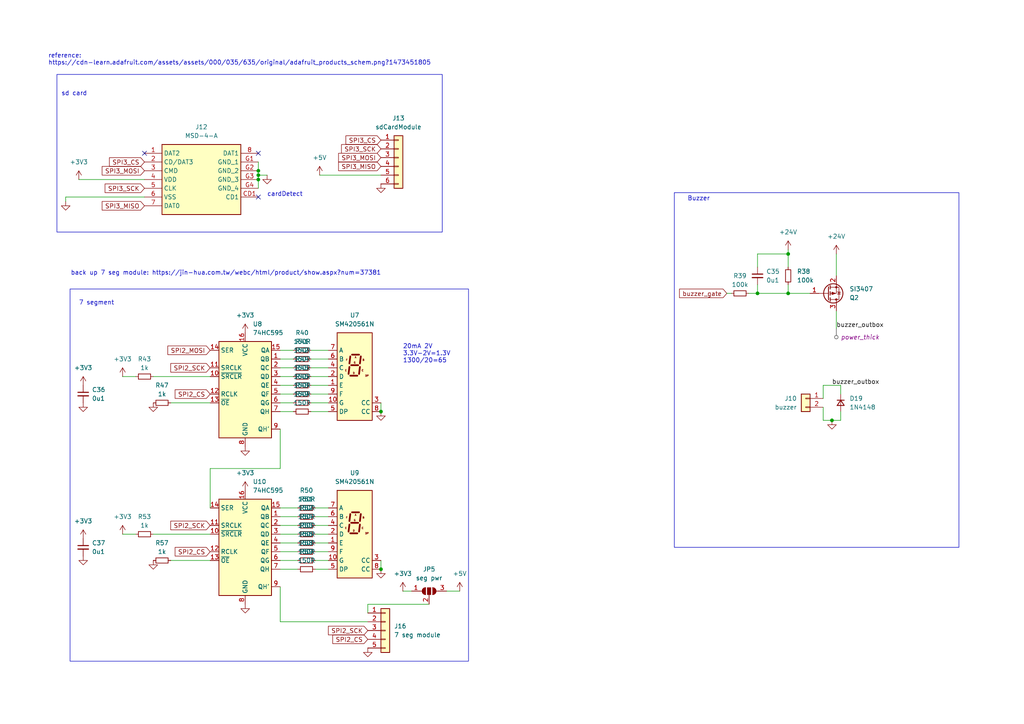
<source format=kicad_sch>
(kicad_sch (version 20231120) (generator "eeschema") (generator_version "8.0")
  (paper "A4")
  (title_block (title "rear box nucleo board 1") (date "2024-08-05") (rev "3.0") (company "NTURacing") (comment 1 "郭哲明") (comment 2 "Electrical group"))
  (lib_symbols
    (symbol "74xx:74HC595"
      (property "Reference" "U" (at -7.62 13.97 0))
      (property "Value" "74HC595" (at -7.62 -16.51 0))
      (symbol "74HC595_1_0"
        (pin tri_state line (at 10.16 7.62 180) (length 2.54) (name "QB") (number "1"))
        (pin input line (at -10.16 2.54 0) (length 2.54) (name "~{SRCLR}") (number "10"))
        (pin input line (at -10.16 5.08 0) (length 2.54) (name "SRCLK") (number "11"))
        (pin input line (at -10.16 -2.54 0) (length 2.54) (name "RCLK") (number "12"))
        (pin input line (at -10.16 -5.08 0) (length 2.54) (name "~{OE}") (number "13"))
        (pin input line (at -10.16 10.16 0) (length 2.54) (name "SER") (number "14"))
        (pin tri_state line (at 10.16 10.16 180) (length 2.54) (name "QA") (number "15"))
        (pin power_in line (at 0 15.24 270) (length 2.54) (name "VCC") (number "16"))
        (pin tri_state line (at 10.16 5.08 180) (length 2.54) (name "QC") (number "2"))
        (pin tri_state line (at 10.16 2.54 180) (length 2.54) (name "QD") (number "3"))
        (pin tri_state line (at 10.16 0 180) (length 2.54) (name "QE") (number "4"))
        (pin tri_state line (at 10.16 -2.54 180) (length 2.54) (name "QF") (number "5"))
        (pin tri_state line (at 10.16 -5.08 180) (length 2.54) (name "QG") (number "6"))
        (pin tri_state line (at 10.16 -7.62 180) (length 2.54) (name "QH") (number "7"))
        (pin power_in line (at 0 -17.78 90) (length 2.54) (name "GND") (number "8"))
        (pin output line (at 10.16 -12.7 180) (length 2.54) (name "QH'") (number "9"))
      )
      (symbol "74HC595_1_1"
        (rectangle (start -7.62 12.7) (end 7.62 -15.24) (stroke (width 0.254)) (fill (type background)))
      )
    )
    (symbol "Connector_Generic:Conn_01x02" (pin_names (offset 1.016) hide)
      (property "Reference" "J" (at 0 2.54 0))
      (property "Value" "Conn_01x02" (at 0 -5.08 0))
      (symbol "Conn_01x02_1_1"
        (rectangle (start -1.27 -2.413) (end 0 -2.667) (stroke (width 0.1524)))
        (rectangle (start -1.27 0.127) (end 0 -0.127) (stroke (width 0.1524)))
        (rectangle (start -1.27 1.27) (end 1.27 -3.81) (stroke (width 0.254)) (fill (type background)))
        (pin passive line (at -5.08 0 0) (length 3.81) (name "Pin_1") (number "1"))
        (pin passive line (at -5.08 -2.54 0) (length 3.81) (name "Pin_2") (number "2"))
      )
    )
    (symbol "Connector_Generic:Conn_01x05" (pin_names (offset 1.016) hide)
      (property "Reference" "J" (at 0 7.62 0))
      (property "Value" "Conn_01x05" (at 0 -7.62 0))
      (symbol "Conn_01x05_1_1"
        (rectangle (start -1.27 -4.953) (end 0 -5.207) (stroke (width 0.1524)))
        (rectangle (start -1.27 -2.413) (end 0 -2.667) (stroke (width 0.1524)))
        (rectangle (start -1.27 0.127) (end 0 -0.127) (stroke (width 0.1524)))
        (rectangle (start -1.27 2.667) (end 0 2.413) (stroke (width 0.1524)))
        (rectangle (start -1.27 5.207) (end 0 4.953) (stroke (width 0.1524)))
        (rectangle (start -1.27 6.35) (end 1.27 -6.35) (stroke (width 0.254)) (fill (type background)))
        (pin passive line (at -5.08 5.08 0) (length 3.81) (name "Pin_1") (number "1"))
        (pin passive line (at -5.08 2.54 0) (length 3.81) (name "Pin_2") (number "2"))
        (pin passive line (at -5.08 0 0) (length 3.81) (name "Pin_3") (number "3"))
        (pin passive line (at -5.08 -2.54 0) (length 3.81) (name "Pin_4") (number "4"))
        (pin passive line (at -5.08 -5.08 0) (length 3.81) (name "Pin_5") (number "5"))
      )
    )
    (symbol "Connector_Generic:Conn_01x06" (pin_names (offset 1.016) hide)
      (property "Reference" "J" (at 0 7.62 0))
      (property "Value" "Conn_01x06" (at 0 -10.16 0))
      (symbol "Conn_01x06_1_1"
        (rectangle (start -1.27 -7.493) (end 0 -7.747) (stroke (width 0.1524)))
        (rectangle (start -1.27 -4.953) (end 0 -5.207) (stroke (width 0.1524)))
        (rectangle (start -1.27 -2.413) (end 0 -2.667) (stroke (width 0.1524)))
        (rectangle (start -1.27 0.127) (end 0 -0.127) (stroke (width 0.1524)))
        (rectangle (start -1.27 2.667) (end 0 2.413) (stroke (width 0.1524)))
        (rectangle (start -1.27 5.207) (end 0 4.953) (stroke (width 0.1524)))
        (rectangle (start -1.27 6.35) (end 1.27 -8.89) (stroke (width 0.254)) (fill (type background)))
        (pin passive line (at -5.08 5.08 0) (length 3.81) (name "Pin_1") (number "1"))
        (pin passive line (at -5.08 2.54 0) (length 3.81) (name "Pin_2") (number "2"))
        (pin passive line (at -5.08 0 0) (length 3.81) (name "Pin_3") (number "3"))
        (pin passive line (at -5.08 -2.54 0) (length 3.81) (name "Pin_4") (number "4"))
        (pin passive line (at -5.08 -5.08 0) (length 3.81) (name "Pin_5") (number "5"))
        (pin passive line (at -5.08 -7.62 0) (length 3.81) (name "Pin_6") (number "6"))
      )
    )
    (symbol "Device:C_Small" (pin_numbers hide) (pin_names (offset 0.254) hide)
      (property "Reference" "C" (at 0.254 1.778 0))
      (property "Value" "C_Small" (at 0.254 -2.032 0))
      (symbol "C_Small_0_1"
        (polyline (pts (xy -1.524 -0.508) (xy 1.524 -0.508)) (stroke (width 0.3302)))
        (polyline (pts (xy -1.524 0.508) (xy 1.524 0.508)) (stroke (width 0.3048)))
      )
      (symbol "C_Small_1_1"
        (pin passive line (at 0 2.54 270) (length 2.032) (name "~") (number "1"))
        (pin passive line (at 0 -2.54 90) (length 2.032) (name "~") (number "2"))
      )
    )
    (symbol "Device:D_Small" (pin_numbers hide) (pin_names (offset 0.254) hide)
      (property "Reference" "D" (at -1.27 2.032 0))
      (property "Value" "D_Small" (at -3.81 -2.032 0))
      (symbol "D_Small_0_1"
        (polyline (pts (xy -0.762 -1.016) (xy -0.762 1.016)) (stroke (width 0.254)))
        (polyline (pts (xy -0.762 0) (xy 0.762 0)))
        (polyline (pts (xy 0.762 -1.016) (xy -0.762 0) (xy 0.762 1.016) (xy 0.762 -1.016)) (stroke (width 0.254)))
      )
      (symbol "D_Small_1_1"
        (pin passive line (at -2.54 0 0) (length 1.778) (name "K") (number "1"))
        (pin passive line (at 2.54 0 180) (length 1.778) (name "A") (number "2"))
      )
    )
    (symbol "Device:Q_PMOS_GSD" (pin_names (offset 0) hide)
      (property "Reference" "Q" (at 5.08 1.27 0))
      (property "Value" "Q_PMOS_GSD" (at 5.08 -1.27 0))
      (symbol "Q_PMOS_GSD_0_1"
        (polyline (pts (xy 0.254 0) (xy -2.54 0)))
        (polyline (pts (xy 0.254 1.905) (xy 0.254 -1.905)) (stroke (width 0.254)))
        (polyline (pts (xy 0.762 -1.27) (xy 0.762 -2.286)) (stroke (width 0.254)))
        (polyline (pts (xy 0.762 0.508) (xy 0.762 -0.508)) (stroke (width 0.254)))
        (polyline (pts (xy 0.762 2.286) (xy 0.762 1.27)) (stroke (width 0.254)))
        (polyline (pts (xy 2.54 2.54) (xy 2.54 1.778)))
        (polyline (pts (xy 2.54 -2.54) (xy 2.54 0) (xy 0.762 0)))
        (polyline (pts (xy 0.762 1.778) (xy 3.302 1.778) (xy 3.302 -1.778) (xy 0.762 -1.778)))
        (polyline (pts (xy 2.286 0) (xy 1.27 0.381) (xy 1.27 -0.381) (xy 2.286 0)) (fill (type outline)))
        (polyline (pts (xy 2.794 -0.508) (xy 2.921 -0.381) (xy 3.683 -0.381) (xy 3.81 -0.254)))
        (polyline (pts (xy 3.302 -0.381) (xy 2.921 0.254) (xy 3.683 0.254) (xy 3.302 -0.381)))
        (circle (center 1.651 0) (radius 2.794) (stroke (width 0.254)))
        (circle (center 2.54 -1.778) (radius 0.254) (fill (type outline)))
        (circle (center 2.54 1.778) (radius 0.254) (fill (type outline)))
      )
      (symbol "Q_PMOS_GSD_1_1"
        (pin input line (at -5.08 0 0) (length 2.54) (name "G") (number "1"))
        (pin passive line (at 2.54 -5.08 90) (length 2.54) (name "S") (number "2"))
        (pin passive line (at 2.54 5.08 270) (length 2.54) (name "D") (number "3"))
      )
    )
    (symbol "Device:R_Small" (pin_numbers hide) (pin_names (offset 0.254) hide)
      (property "Reference" "R" (at 0.762 0.508 0))
      (property "Value" "R_Small" (at 0.762 -1.016 0))
      (symbol "R_Small_0_1"
        (rectangle (start -0.762 1.778) (end 0.762 -1.778) (stroke (width 0.2032)))
      )
      (symbol "R_Small_1_1"
        (pin passive line (at 0 2.54 270) (length 0.762) (name "~") (number "1"))
        (pin passive line (at 0 -2.54 90) (length 0.762) (name "~") (number "2"))
      )
    )
    (symbol "Display_Character:SM420561N"
      (property "Reference" "U" (at -2.54 13.97 0))
      (property "Value" "SM420561N" (at 1.27 13.97 0))
      (symbol "SM420561N_0_0"
        (text "A" (at 0.254 5.588 0) (effects (font (size 0.508 0.508))))
        (text "B" (at 2.54 4.826 0) (effects (font (size 0.508 0.508))))
        (text "C" (at 2.286 1.778 0) (effects (font (size 0.508 0.508))))
        (text "D" (at -0.254 1.016 0) (effects (font (size 0.508 0.508))))
        (text "DP" (at 3.556 0.254 0) (effects (font (size 0.508 0.508))))
        (text "E" (at -2.54 1.778 0) (effects (font (size 0.508 0.508))))
        (text "F" (at -2.286 4.826 0) (effects (font (size 0.508 0.508))))
        (text "G" (at 0 4.064 0) (effects (font (size 0.508 0.508))))
      )
      (symbol "SM420561N_0_1"
        (rectangle (start -5.08 12.7) (end 5.08 -12.7) (stroke (width 0.254)) (fill (type background)))
        (polyline (pts (xy -1.524 2.794) (xy -1.778 0.762)) (stroke (width 0.508)))
        (polyline (pts (xy -1.27 0.254) (xy 0.762 0.254)) (stroke (width 0.508)))
        (polyline (pts (xy -1.27 5.842) (xy -1.524 3.81)) (stroke (width 0.508)))
        (polyline (pts (xy -1.016 3.302) (xy 1.016 3.302)) (stroke (width 0.508)))
        (polyline (pts (xy -0.762 6.35) (xy 1.27 6.35)) (stroke (width 0.508)))
        (polyline (pts (xy 1.524 2.794) (xy 1.27 0.762)) (stroke (width 0.508)))
        (polyline (pts (xy 1.778 5.842) (xy 1.524 3.81)) (stroke (width 0.508)))
        (polyline (pts (xy 2.54 0.254) (xy 2.54 0.254)) (stroke (width 0.508)))
      )
      (symbol "SM420561N_1_1"
        (pin input line (at -7.62 -2.54 0) (length 2.54) (name "E") (number "1"))
        (pin input line (at -7.62 -7.62 0) (length 2.54) (name "G") (number "10"))
        (pin input line (at -7.62 0 0) (length 2.54) (name "D") (number "2"))
        (pin input line (at 7.62 -7.62 180) (length 2.54) (name "CC") (number "3"))
        (pin input line (at -7.62 2.54 0) (length 2.54) (name "C") (number "4"))
        (pin input line (at -7.62 -10.16 0) (length 2.54) (name "DP") (number "5"))
        (pin input line (at -7.62 5.08 0) (length 2.54) (name "B") (number "6"))
        (pin input line (at -7.62 7.62 0) (length 2.54) (name "A") (number "7"))
        (pin input line (at 7.62 -10.16 180) (length 2.54) (name "CC") (number "8"))
        (pin input line (at -7.62 -5.08 0) (length 2.54) (name "F") (number "9"))
      )
    )
    (symbol "Jumper:SolderJumper_3_Open" (pin_names (offset 0) hide) (exclude_from_sim yes) (in_bom no)
      (property "Reference" "JP" (at -2.54 -2.54 0))
      (property "Value" "SolderJumper_3_Open" (at 0 2.794 0))
      (symbol "SolderJumper_3_Open_0_1"
        (arc (start -1.016 1.016) (mid -2.0276 0) (end -1.016 -1.016))
        (arc (start -1.016 1.016) (mid -2.0276 0) (end -1.016 -1.016) (fill (type outline)))
        (rectangle (start -0.508 1.016) (end 0.508 -1.016) (fill (type outline)))
        (polyline (pts (xy -2.54 0) (xy -2.032 0)))
        (polyline (pts (xy -1.016 1.016) (xy -1.016 -1.016)))
        (polyline (pts (xy 0 -1.27) (xy 0 -1.016)))
        (polyline (pts (xy 1.016 1.016) (xy 1.016 -1.016)))
        (polyline (pts (xy 2.54 0) (xy 2.032 0)))
        (arc (start 1.016 -1.016) (mid 2.0276 0) (end 1.016 1.016))
        (arc (start 1.016 -1.016) (mid 2.0276 0) (end 1.016 1.016) (fill (type outline)))
      )
      (symbol "SolderJumper_3_Open_1_1"
        (pin passive line (at -5.08 0 0) (length 2.54) (name "A") (number "1"))
        (pin passive line (at 0 -3.81 90) (length 2.54) (name "C") (number "2"))
        (pin passive line (at 5.08 0 180) (length 2.54) (name "B") (number "3"))
      )
    )
    (symbol "SamacSys_Parts:MSD-4-A"
      (property "Reference" "J" (at 29.21 7.62 0))
      (property "Value" "MSD-4-A" (at 29.21 5.08 0))
      (symbol "MSD-4-A_1_1"
        (rectangle (start 5.08 2.54) (end 27.94 -17.78) (stroke (width 0.254)) (fill (type background)))
        (pin passive line (at 0 0 0) (length 5.08) (name "DAT2") (number "1"))
        (pin passive line (at 0 -2.54 0) (length 5.08) (name "CD/DAT3") (number "2"))
        (pin passive line (at 0 -5.08 0) (length 5.08) (name "CMD") (number "3"))
        (pin passive line (at 0 -7.62 0) (length 5.08) (name "VDD") (number "4"))
        (pin passive line (at 0 -10.16 0) (length 5.08) (name "CLK") (number "5"))
        (pin passive line (at 0 -12.7 0) (length 5.08) (name "VSS") (number "6"))
        (pin passive line (at 0 -15.24 0) (length 5.08) (name "DAT0") (number "7"))
        (pin passive line (at 33.02 0 180) (length 5.08) (name "DAT1") (number "8"))
        (pin passive line (at 33.02 -12.7 180) (length 5.08) (name "CD1") (number "CD1"))
        (pin passive line (at 33.02 -2.54 180) (length 5.08) (name "GND_1") (number "G1"))
        (pin passive line (at 33.02 -5.08 180) (length 5.08) (name "GND_2") (number "G2"))
        (pin passive line (at 33.02 -7.62 180) (length 5.08) (name "GND_3") (number "G3"))
        (pin passive line (at 33.02 -10.16 180) (length 5.08) (name "GND_4") (number "G4"))
      )
    )
    (symbol "power:+24V" (power) (pin_numbers hide) (pin_names (offset 0) hide)
      (property "Value" "+24V" (at 0 3.556 0))
      (symbol "+24V_0_1"
        (polyline (pts (xy -0.762 1.27) (xy 0 2.54)))
        (polyline (pts (xy 0 0) (xy 0 2.54)))
        (polyline (pts (xy 0 2.54) (xy 0.762 1.27)))
      )
      (symbol "+24V_1_1"
        (pin power_in line (at 0 0 90) (length 0) (name "~") (number "1"))
      )
    )
    (symbol "power:+3V3" (power) (pin_numbers hide) (pin_names (offset 0) hide)
      (property "Value" "+3V3" (at 0 3.556 0))
      (symbol "+3V3_0_1"
        (polyline (pts (xy -0.762 1.27) (xy 0 2.54)))
        (polyline (pts (xy 0 0) (xy 0 2.54)))
        (polyline (pts (xy 0 2.54) (xy 0.762 1.27)))
      )
      (symbol "+3V3_1_1"
        (pin power_in line (at 0 0 90) (length 0) (name "~") (number "1"))
      )
    )
    (symbol "power:+5V" (power) (pin_numbers hide) (pin_names (offset 0) hide)
      (property "Value" "+5V" (at 0 3.556 0))
      (symbol "+5V_0_1"
        (polyline (pts (xy -0.762 1.27) (xy 0 2.54)))
        (polyline (pts (xy 0 0) (xy 0 2.54)))
        (polyline (pts (xy 0 2.54) (xy 0.762 1.27)))
      )
      (symbol "+5V_1_1"
        (pin power_in line (at 0 0 90) (length 0) (name "~") (number "1"))
      )
    )
    (symbol "power:GND" (power) (pin_numbers hide) (pin_names (offset 0) hide)
      (property "Value" "GND" (at 0 -3.81 0))
      (symbol "GND_0_1"
        (polyline (pts (xy 0 0) (xy 0 -1.27) (xy 1.27 -1.27) (xy 0 -2.54) (xy -1.27 -1.27) (xy 0 -1.27)))
      )
      (symbol "GND_1_1"
        (pin power_in line (at 0 0 270) (length 0) (name "~") (number "1"))
      )
    )
  )
  (junction (at 74.93 50.8))
  (junction (at 228.6 73.66))
  (junction (at 219.71 85.09))
  (junction (at 241.3 121.92))
  (junction (at 110.49 119.38))
  (junction (at 110.49 165.1))
  (junction (at 228.6 85.09))
  (junction (at 74.93 52.07))
  (junction (at 74.93 49.53))
  (no_connect (at 74.93 57.15))
  (no_connect (at 41.91 44.45))
  (no_connect (at 74.93 44.45))
  (wire (pts (xy 81.28 119.38) (xy 85.09 119.38)))
  (wire (pts (xy 86.36 165.1) (xy 81.28 165.1)))
  (wire (pts (xy 133.35 171.45) (xy 129.54 171.45)))
  (wire (pts (xy 242.57 73.66) (xy 242.57 80.01)))
  (wire (pts (xy 95.25 154.94) (xy 91.44 154.94)))
  (wire (pts (xy 238.76 121.92) (xy 238.76 118.11)))
  (wire (pts (xy 95.25 160.02) (xy 91.44 160.02)))
  (wire (pts (xy 49.53 116.84) (xy 60.96 116.84)))
  (wire (pts (xy 39.37 109.22) (xy 35.56 109.22)))
  (wire (pts (xy 90.17 101.6) (xy 95.25 101.6)))
  (wire (pts (xy 81.28 111.76) (xy 85.09 111.76)))
  (wire (pts (xy 39.37 154.94) (xy 35.56 154.94)))
  (wire (pts (xy 241.3 121.92) (xy 243.84 121.92)))
  (wire (pts (xy 81.28 116.84) (xy 85.09 116.84)))
  (wire (pts (xy 74.93 46.99) (xy 74.93 49.53)))
  (wire (pts (xy 77.47 50.8) (xy 74.93 50.8)))
  (wire (pts (xy 90.17 116.84) (xy 95.25 116.84)))
  (wire (pts (xy 243.84 111.76) (xy 243.84 114.3)))
  (wire (pts (xy 106.68 175.26) (xy 124.46 175.26)))
  (wire (pts (xy 217.17 85.09) (xy 219.71 85.09)))
  (wire (pts (xy 22.86 52.07) (xy 41.91 52.07)))
  (wire (pts (xy 95.25 152.4) (xy 91.44 152.4)))
  (wire (pts (xy 106.68 177.8) (xy 106.68 175.26)))
  (wire (pts (xy 81.28 104.14) (xy 85.09 104.14)))
  (wire (pts (xy 19.05 58.42) (xy 19.05 57.15)))
  (wire (pts (xy 81.28 101.6) (xy 85.09 101.6)))
  (wire (pts (xy 238.76 111.76) (xy 238.76 115.57)))
  (wire (pts (xy 74.93 49.53) (xy 74.93 50.8)))
  (wire (pts (xy 86.36 160.02) (xy 81.28 160.02)))
  (wire (pts (xy 49.53 162.56) (xy 60.96 162.56)))
  (wire (pts (xy 95.25 147.32) (xy 91.44 147.32)))
  (wire (pts (xy 44.45 109.22) (xy 60.96 109.22)))
  (wire (pts (xy 219.71 77.47) (xy 219.71 73.66)))
  (wire (pts (xy 90.17 111.76) (xy 95.25 111.76)))
  (wire (pts (xy 90.17 114.3) (xy 95.25 114.3)))
  (wire (pts (xy 228.6 82.55) (xy 228.6 85.09)))
  (wire (pts (xy 219.71 73.66) (xy 228.6 73.66)))
  (wire (pts (xy 81.28 135.89) (xy 60.96 135.89)))
  (wire (pts (xy 238.76 121.92) (xy 241.3 121.92)))
  (wire (pts (xy 86.36 162.56) (xy 81.28 162.56)))
  (wire (pts (xy 90.17 104.14) (xy 95.25 104.14)))
  (wire (pts (xy 95.25 165.1) (xy 91.44 165.1)))
  (wire (pts (xy 81.28 180.34) (xy 81.28 170.18)))
  (wire (pts (xy 95.25 149.86) (xy 91.44 149.86)))
  (wire (pts (xy 90.17 119.38) (xy 95.25 119.38)))
  (wire (pts (xy 74.93 50.8) (xy 74.93 52.07)))
  (wire (pts (xy 110.49 162.56) (xy 110.49 165.1)))
  (wire (pts (xy 238.76 111.76) (xy 243.84 111.76)))
  (wire (pts (xy 106.68 180.34) (xy 81.28 180.34)))
  (wire (pts (xy 86.36 154.94) (xy 81.28 154.94)))
  (wire (pts (xy 95.25 157.48) (xy 91.44 157.48)))
  (wire (pts (xy 81.28 109.22) (xy 85.09 109.22)))
  (wire (pts (xy 228.6 85.09) (xy 234.95 85.09)))
  (wire (pts (xy 92.71 50.8) (xy 110.49 50.8)))
  (wire (pts (xy 90.17 106.68) (xy 95.25 106.68)))
  (wire (pts (xy 219.71 85.09) (xy 228.6 85.09)))
  (wire (pts (xy 86.36 152.4) (xy 81.28 152.4)))
  (wire (pts (xy 116.84 171.45) (xy 119.38 171.45)))
  (wire (pts (xy 74.93 52.07) (xy 74.93 54.61)))
  (wire (pts (xy 81.28 106.68) (xy 85.09 106.68)))
  (wire (pts (xy 228.6 72.39) (xy 228.6 73.66)))
  (wire (pts (xy 210.82 85.09) (xy 212.09 85.09)))
  (wire (pts (xy 86.36 149.86) (xy 81.28 149.86)))
  (wire (pts (xy 19.05 57.15) (xy 41.91 57.15)))
  (wire (pts (xy 81.28 114.3) (xy 85.09 114.3)))
  (wire (pts (xy 60.96 135.89) (xy 60.96 147.32)))
  (wire (pts (xy 243.84 121.92) (xy 243.84 119.38)))
  (wire (pts (xy 110.49 119.38) (xy 110.49 116.84)))
  (wire (pts (xy 86.36 147.32) (xy 81.28 147.32)))
  (wire (pts (xy 90.17 109.22) (xy 95.25 109.22)))
  (wire (pts (xy 219.71 82.55) (xy 219.71 85.09)))
  (wire (pts (xy 228.6 73.66) (xy 228.6 77.47)))
  (wire (pts (xy 81.28 124.46) (xy 81.28 135.89)))
  (wire (pts (xy 86.36 157.48) (xy 81.28 157.48)))
  (wire (pts (xy 242.57 95.25) (xy 242.57 90.17)))
  (wire (pts (xy 95.25 162.56) (xy 91.44 162.56)))
  (wire (pts (xy 44.45 154.94) (xy 60.96 154.94)))
  (rectangle (start 16.51 21.59) (end 128.27 67.31))
  (rectangle (start 20.32 83.82) (end 135.89 191.77))
  (rectangle (start 195.58 55.88) (end 278.13 158.75))
  (text "reference:\nhttps://cdn-learn.adafruit.com/assets/assets/000/035/635/original/adafruit_products_schem.png?1473451805" (at 13.97 19.05 0) (effects (font (size 1.27 1.27)) (justify left bottom)))
  (text "20mA 2V\n3.3V-2V=1.3V\n1300/20=65" (at 116.84 105.41 0) (effects (font (size 1.27 1.27)) (justify left bottom)))
  (text "7 segment" (at 22.86 88.646 0) (effects (font (size 1.27 1.27)) (justify left bottom)))
  (text "back up 7 seg module: https://jin-hua.com.tw/webc/html/product/show.aspx?num=37381" (at 65.532 79.248 0) (effects (font (size 1.27 1.27))))
  (text "cardDetect" (at 77.47 57.15 0) (effects (font (size 1.27 1.27)) (justify left bottom)))
  (text "sd card" (at 17.78 27.94 0) (effects (font (size 1.27 1.27)) (justify left bottom)))
  (text "Buzzer" (at 199.39 58.42 0) (effects (font (size 1.27 1.27)) (justify left bottom)))
  (label "buzzer_outbox" (at 241.3 111.76 0))
  (label "buzzer_outbox" (at 242.57 95.25 0))
  (global_label "SPI2_MOSI" (shape input) (at 60.96 101.6 180) (property "Intersheetrefs" "${INTERSHEET_REFS}" (effects (hide yes))))
  (global_label "SPI3_CS" (shape input) (at 41.91 46.99 180) (property "Intersheetrefs" "${INTERSHEET_REFS}" (effects (hide yes))))
  (global_label "SPI3_MISO" (shape input) (at 110.49 48.26 180) (property "Intersheetrefs" "${INTERSHEET_REFS}" (effects (hide yes))))
  (global_label "SPI3_MOSI" (shape input) (at 41.91 49.53 180) (property "Intersheetrefs" "${INTERSHEET_REFS}" (effects (hide yes))))
  (global_label "SPI2_CS" (shape input) (at 106.68 185.42 180) (property "Intersheetrefs" "${INTERSHEET_REFS}" (effects (hide yes))))
  (global_label "SPI3_CS" (shape input) (at 110.49 40.64 180) (property "Intersheetrefs" "${INTERSHEET_REFS}" (effects (hide yes))))
  (global_label "SPI3_SCK" (shape input) (at 41.91 54.61 180) (property "Intersheetrefs" "${INTERSHEET_REFS}" (effects (hide yes))))
  (global_label "SPI3_SCK" (shape input) (at 110.49 43.18 180) (property "Intersheetrefs" "${INTERSHEET_REFS}" (effects (hide yes))))
  (global_label "SPI3_MISO" (shape input) (at 41.91 59.69 180) (property "Intersheetrefs" "${INTERSHEET_REFS}" (effects (hide yes))))
  (global_label "SPI2_SCK" (shape input) (at 106.68 182.88 180) (property "Intersheetrefs" "${INTERSHEET_REFS}" (effects (hide yes))))
  (global_label "SPI2_SCK" (shape input) (at 60.96 106.68 180) (property "Intersheetrefs" "${INTERSHEET_REFS}" (effects (hide yes))))
  (global_label "buzzer_gate" (shape input) (at 210.82 85.09 180) (property "Intersheetrefs" "${INTERSHEET_REFS}" (effects (hide yes))))
  (global_label "SPI3_MOSI" (shape input) (at 110.49 45.72 180) (property "Intersheetrefs" "${INTERSHEET_REFS}" (effects (hide yes))))
  (global_label "SPI2_CS" (shape input) (at 60.96 114.3 180) (property "Intersheetrefs" "${INTERSHEET_REFS}" (effects (hide yes))))
  (global_label "SPI2_SCK" (shape input) (at 60.96 152.4 180) (property "Intersheetrefs" "${INTERSHEET_REFS}" (effects (hide yes))))
  (global_label "SPI2_CS" (shape input) (at 60.96 160.02 180) (property "Intersheetrefs" "${INTERSHEET_REFS}" (effects (hide yes))))
  (netclass_flag "" (length 2.54) (shape round) (at 242.57 95.25 180) (property "Netclass" "power_thick" (at 243.84 97.79 0) (effects (font (italic yes)) (justify left))))
  (symbol (lib_id "Device:R_Small") (at 88.9 149.86 90) (unit 1)
    (property "Reference" "R51" (at 88.9 144.78 90))
    (property "Value" "150R" (at 88.9 147.32 90))
    (property "Footprint" "Resistor_SMD:R_0603_1608Metric" (effects (hide yes)))
    (property "Description" "Resistor, small symbol" (effects (hide yes)))
  )
  (symbol (lib_id "power:+3V3") (at 35.56 109.22 0) (unit 1)
    (property "Reference" "#PWR0138" (effects (hide yes)))
    (property "Value" "+3V3" (at 35.56 104.14 0))
    (property "Description" "Power symbol creates a global label with name \"+3V3\"" (effects (hide yes)))
  )
  (symbol (lib_id "power:GND") (at 241.3 121.92 0) (unit 1)
    (property "Reference" "#PWR0140" (effects (hide yes)))
    (property "Value" "GND" (effects (hide yes)))
    (property "Description" "Power symbol creates a global label with name \"GND\" , ground" (effects (hide yes)))
  )
  (symbol (lib_id "Device:R_Small") (at 88.9 154.94 90) (unit 1)
    (property "Reference" "R54" (at 88.9 149.86 90))
    (property "Value" "150R" (at 88.9 152.4 90))
    (property "Footprint" "Resistor_SMD:R_0603_1608Metric" (effects (hide yes)))
    (property "Description" "Resistor, small symbol" (effects (hide yes)))
  )
  (symbol (lib_id "Display_Character:SM420561N") (at 102.87 154.94 0) (unit 1)
    (property "Reference" "U9" (at 102.87 137.16 0))
    (property "Value" "SM420561N" (at 102.87 139.7 0))
    (property "Footprint" "Display_7Segment:7SegmentLED_LTS6760_LTS6780" (effects (hide yes)))
    (property "Datasheet" "https://datasheet.lcsc.com/szlcsc/Wuxi-ARK-Tech-Elec-SM420561N_C141367.pdf" (effects (hide yes)))
    (property "Description" "One digit 7 segment blue LED, common cathode" (effects (hide yes)))
  )
  (symbol (lib_id "Device:R_Small") (at 41.91 109.22 90) (unit 1)
    (property "Reference" "R43" (at 41.91 104.14 90))
    (property "Value" "1k" (at 41.91 106.68 90))
    (property "Footprint" "Resistor_SMD:R_0603_1608Metric" (effects (hide yes)))
    (property "Description" "Resistor, small symbol" (effects (hide yes)))
  )
  (symbol (lib_id "power:+3V3") (at 24.13 111.76 0) (unit 1)
    (property "Reference" "#PWR0139" (effects (hide yes)))
    (property "Value" "+3V3" (at 24.13 106.68 0))
    (property "Description" "Power symbol creates a global label with name \"+3V3\"" (effects (hide yes)))
  )
  (symbol (lib_id "Device:R_Small") (at 87.63 109.22 90) (unit 1)
    (property "Reference" "R44" (at 87.63 104.14 90))
    (property "Value" "150R" (at 87.63 106.68 90))
    (property "Footprint" "Resistor_SMD:R_0603_1608Metric" (effects (hide yes)))
    (property "Description" "Resistor, small symbol" (effects (hide yes)))
  )
  (symbol (lib_id "Device:Q_PMOS_GSD") (at 240.03 85.09 0) (mirror x) (unit 1)
    (property "Reference" "Q2" (at 246.38 86.36 0) (effects (justify left)))
    (property "Value" "SI3407" (at 246.38 83.82 0) (effects (justify left)))
    (property "Footprint" "Package_TO_SOT_SMD:SOT-23-3" (effects (hide yes)))
    (property "Description" "P-MOSFET transistor, gate/source/drain" (effects (hide yes)))
  )
  (symbol (lib_id "power:GND") (at 71.12 175.26 0) (unit 1)
    (property "Reference" "#PWR0151" (effects (hide yes)))
    (property "Value" "GND" (effects (hide yes)))
    (property "Description" "Power symbol creates a global label with name \"GND\" , ground" (effects (hide yes)))
  )
  (symbol (lib_id "Device:C_Small") (at 24.13 158.75 0) (unit 1)
    (property "Reference" "C37" (at 26.67 157.4863 0) (effects (justify left)))
    (property "Value" "0u1" (at 26.67 160.0263 0) (effects (justify left)))
    (property "Footprint" "Capacitor_SMD:C_0603_1608Metric" (effects (hide yes)))
    (property "Description" "Unpolarized capacitor, small symbol" (effects (hide yes)))
  )
  (symbol (lib_id "power:+3V3") (at 22.86 52.07 0) (unit 1)
    (property "Reference" "#PWR0131" (effects (hide yes)))
    (property "Value" "+3V3" (at 22.86 46.99 0))
    (property "Description" "Power symbol creates a global label with name \"+3V3\"" (effects (hide yes)))
  )
  (symbol (lib_id "power:+24V") (at 242.57 73.66 0) (unit 1)
    (property "Reference" "#PWR0135" (effects (hide yes)))
    (property "Value" "+24V" (at 242.57 68.58 0))
    (property "Description" "Power symbol creates a global label with name \"+24V\"" (effects (hide yes)))
  )
  (symbol (lib_id "Device:R_Small") (at 88.9 162.56 90) (unit 1)
    (property "Reference" "R58" (at 88.9 157.48 90))
    (property "Value" "150R" (at 88.9 160.02 90))
    (property "Footprint" "Resistor_SMD:R_0603_1608Metric" (effects (hide yes)))
    (property "Description" "Resistor, small symbol" (effects (hide yes)))
  )
  (symbol (lib_id "Connector_Generic:Conn_01x02") (at 233.68 115.57 0) (mirror y) (unit 1)
    (property "Reference" "J10" (at 231.14 115.57 0) (effects (justify left)))
    (property "Value" "buzzer" (at 231.14 118.11 0) (effects (justify left)))
    (property "Footprint" "Connector_JST:JST_XH_B2B-XH-A_1x02_P2.50mm_Vertical" (effects (hide yes)))
    (property "Description" "Generic connector, single row, 01x02, script generated (kicad-library-utils/schlib/autogen/connector/)" (effects (hide yes)))
    (instances (project "electronics" (path "" (reference "J10") (unit 1))) (project "rearbox_nucleo_1" (path "" (reference "J14") (unit 1))))
  )
  (symbol (lib_id "Device:C_Small") (at 24.13 114.3 0) (unit 1)
    (property "Reference" "C36" (at 26.67 113.0363 0) (effects (justify left)))
    (property "Value" "0u1" (at 26.67 115.5763 0) (effects (justify left)))
    (property "Footprint" "Capacitor_SMD:C_0603_1608Metric" (effects (hide yes)))
    (property "Description" "Unpolarized capacitor, small symbol" (effects (hide yes)))
  )
  (symbol (lib_id "power:+3V3") (at 35.56 154.94 0) (unit 1)
    (property "Reference" "#PWR0146" (effects (hide yes)))
    (property "Value" "+3V3" (at 35.56 149.86 0))
    (property "Description" "Power symbol creates a global label with name \"+3V3\"" (effects (hide yes)))
  )
  (symbol (lib_id "power:GND") (at 110.49 119.38 0) (unit 1)
    (property "Reference" "#PWR0143" (effects (hide yes)))
    (property "Value" "GND" (effects (hide yes)))
    (property "Description" "Power symbol creates a global label with name \"GND\" , ground" (effects (hide yes)))
  )
  (symbol (lib_id "Device:R_Small") (at 87.63 111.76 90) (unit 1)
    (property "Reference" "R45" (at 87.63 106.68 90))
    (property "Value" "150R" (at 87.63 109.22 90))
    (property "Footprint" "Resistor_SMD:R_0603_1608Metric" (effects (hide yes)))
    (property "Description" "Resistor, small symbol" (effects (hide yes)))
  )
  (symbol (lib_id "Device:R_Small") (at 87.63 116.84 90) (unit 1)
    (property "Reference" "R48" (at 87.63 111.76 90))
    (property "Value" "150R" (at 87.63 114.3 90))
    (property "Footprint" "Resistor_SMD:R_0603_1608Metric" (effects (hide yes)))
    (property "Description" "Resistor, small symbol" (effects (hide yes)))
  )
  (symbol (lib_id "Device:R_Small") (at 214.63 85.09 270) (unit 1)
    (property "Reference" "R39" (at 214.63 80.01 90))
    (property "Value" "100k" (at 214.63 82.55 90))
    (property "Footprint" "Resistor_SMD:R_0603_1608Metric" (effects (hide yes)))
    (property "Description" "Resistor, small symbol" (effects (hide yes)))
  )
  (symbol (lib_id "Device:R_Small") (at 87.63 119.38 90) (unit 1)
    (property "Reference" "R49" (at 87.63 114.3 90))
    (property "Value" "150R" (at 87.63 116.84 90))
    (property "Footprint" "Resistor_SMD:R_0603_1608Metric" (effects (hide yes)))
    (property "Description" "Resistor, small symbol" (effects (hide yes)))
  )
  (symbol (lib_id "power:+5V") (at 133.35 171.45 0) (unit 1)
    (property "Reference" "#PWR0170" (effects (hide yes)))
    (property "Value" "+5V" (at 133.35 166.37 0))
    (property "Description" "Power symbol creates a global label with name \"+5V\"" (effects (hide yes)))
  )
  (symbol (lib_id "Device:R_Small") (at 88.9 160.02 90) (unit 1)
    (property "Reference" "R56" (at 88.9 154.94 90))
    (property "Value" "150R" (at 88.9 157.48 90))
    (property "Footprint" "Resistor_SMD:R_0603_1608Metric" (effects (hide yes)))
    (property "Description" "Resistor, small symbol" (effects (hide yes)))
  )
  (symbol (lib_id "Connector_Generic:Conn_01x05") (at 111.76 182.88 0) (unit 1)
    (property "Reference" "J16" (at 114.3 181.6099 0) (effects (justify left)))
    (property "Value" "7 seg module" (at 114.3 184.1499 0) (effects (justify left)))
    (property "Footprint" "Connector_PinHeader_2.54mm:PinHeader_1x05_P2.54mm_Vertical" (effects (hide yes)))
    (property "Description" "Generic connector, single row, 01x05, script generated (kicad-library-utils/schlib/autogen/connector/)" (effects (hide yes)))
  )
  (symbol (lib_id "Device:R_Small") (at 87.63 104.14 90) (unit 1)
    (property "Reference" "R41" (at 87.63 99.06 90))
    (property "Value" "150R" (at 87.63 101.6 90))
    (property "Footprint" "Resistor_SMD:R_0603_1608Metric" (effects (hide yes)))
    (property "Description" "Resistor, small symbol" (effects (hide yes)))
  )
  (symbol (lib_id "power:+5V") (at 92.71 50.8 0) (unit 1)
    (property "Reference" "#PWR0130" (effects (hide yes)))
    (property "Value" "+5V" (at 92.71 45.72 0))
    (property "Description" "Power symbol creates a global label with name \"+5V\"" (effects (hide yes)))
  )
  (symbol (lib_id "power:GND") (at 24.13 116.84 0) (unit 1)
    (property "Reference" "#PWR0141" (effects (hide yes)))
    (property "Value" "GND" (effects (hide yes)))
    (property "Description" "Power symbol creates a global label with name \"GND\" , ground" (effects (hide yes)))
  )
  (symbol (lib_id "power:GND") (at 106.68 187.96 0) (unit 1)
    (property "Reference" "#PWR0171" (effects (hide yes)))
    (property "Value" "GND" (effects (hide yes)))
    (property "Description" "Power symbol creates a global label with name \"GND\" , ground" (effects (hide yes)))
  )
  (symbol (lib_id "74xx:74HC595") (at 71.12 157.48 0) (unit 1)
    (property "Reference" "U10" (at 73.3141 139.7 0) (effects (justify left)))
    (property "Value" "74HC595" (at 73.3141 142.24 0) (effects (justify left)))
    (property "Footprint" "Package_SO:SOIC-16_3.9x9.9mm_P1.27mm" (effects (hide yes)))
    (property "Datasheet" "http://www.ti.com/lit/ds/symlink/sn74hc595.pdf" (effects (hide yes)))
    (property "Description" "8-bit serial in/out Shift Register 3-State Outputs" (effects (hide yes)))
  )
  (symbol (lib_id "power:GND") (at 44.45 162.56 0) (unit 1)
    (property "Reference" "#PWR0149" (effects (hide yes)))
    (property "Value" "GND" (effects (hide yes)))
    (property "Description" "Power symbol creates a global label with name \"GND\" , ground" (effects (hide yes)))
  )
  (symbol (lib_id "Device:R_Small") (at 228.6 80.01 180) (unit 1)
    (property "Reference" "R38" (at 231.14 78.74 0) (effects (justify right)))
    (property "Value" "100k" (at 231.14 81.28 0) (effects (justify right)))
    (property "Footprint" "Resistor_SMD:R_0603_1608Metric" (effects (hide yes)))
    (property "Description" "Resistor, small symbol" (effects (hide yes)))
  )
  (symbol (lib_id "Jumper:SolderJumper_3_Open") (at 124.46 171.45 0) (unit 1)
    (property "Reference" "JP5" (at 124.46 165.1 0))
    (property "Value" "seg pwr" (at 124.46 167.64 0))
    (property "Footprint" "Jumper:SolderJumper-3_P1.3mm_Open_Pad1.0x1.5mm_NumberLabels" (effects (hide yes)))
    (property "Description" "Solder Jumper, 3-pole, open" (effects (hide yes)))
  )
  (symbol (lib_id "power:GND") (at 77.47 50.8 0) (unit 1)
    (property "Reference" "#PWR0129" (effects (hide yes)))
    (property "Value" "GND" (effects (hide yes)))
    (property "Description" "Power symbol creates a global label with name \"GND\" , ground" (effects (hide yes)))
  )
  (symbol (lib_id "74xx:74HC595") (at 71.12 111.76 0) (unit 1)
    (property "Reference" "U8" (at 73.3141 93.98 0) (effects (justify left)))
    (property "Value" "74HC595" (at 73.3141 96.52 0) (effects (justify left)))
    (property "Footprint" "Package_SO:SOIC-16_3.9x9.9mm_P1.27mm" (effects (hide yes)))
    (property "Datasheet" "http://www.ti.com/lit/ds/symlink/sn74hc595.pdf" (effects (hide yes)))
    (property "Description" "8-bit serial in/out Shift Register 3-State Outputs" (effects (hide yes)))
  )
  (symbol (lib_id "Device:C_Small") (at 219.71 80.01 0) (unit 1)
    (property "Reference" "C35" (at 222.25 78.7463 0) (effects (justify left)))
    (property "Value" "0u1" (at 222.25 81.2863 0) (effects (justify left)))
    (property "Footprint" "Capacitor_SMD:C_0603_1608Metric" (effects (hide yes)))
    (property "Description" "Unpolarized capacitor, small symbol" (effects (hide yes)))
  )
  (symbol (lib_id "Device:R_Small") (at 88.9 165.1 90) (unit 1)
    (property "Reference" "R59" (at 88.9 160.02 90))
    (property "Value" "150R" (at 88.9 162.56 90))
    (property "Footprint" "Resistor_SMD:R_0603_1608Metric" (effects (hide yes)))
    (property "Description" "Resistor, small symbol" (effects (hide yes)))
  )
  (symbol (lib_id "Device:R_Small") (at 87.63 101.6 90) (unit 1)
    (property "Reference" "R40" (at 87.63 96.52 90))
    (property "Value" "150R" (at 87.63 99.06 90))
    (property "Footprint" "Resistor_SMD:R_0603_1608Metric" (effects (hide yes)))
    (property "Description" "Resistor, small symbol" (effects (hide yes)))
  )
  (symbol (lib_id "power:+3V3") (at 71.12 96.52 0) (unit 1)
    (property "Reference" "#PWR0137" (effects (hide yes)))
    (property "Value" "+3V3" (at 71.12 91.44 0))
    (property "Description" "Power symbol creates a global label with name \"+3V3\"" (effects (hide yes)))
  )
  (symbol (lib_id "Device:R_Small") (at 41.91 154.94 90) (unit 1)
    (property "Reference" "R53" (at 41.91 149.86 90))
    (property "Value" "1k" (at 41.91 152.4 90))
    (property "Footprint" "Resistor_SMD:R_0603_1608Metric" (effects (hide yes)))
    (property "Description" "Resistor, small symbol" (effects (hide yes)))
  )
  (symbol (lib_id "SamacSys_Parts:MSD-4-A") (at 41.91 44.45 0) (unit 1)
    (property "Reference" "J12" (at 58.42 36.83 0))
    (property "Value" "MSD-4-A" (at 58.42 39.37 0))
    (property "Footprint" "SamacSys_Parts:MSD4A" (effects (hide yes)))
    (property "Datasheet" "https://www.cuidevices.com/product/resource/pdf/msd-4-a.pdf" (effects (hide yes)))
    (property "Description" "Memory Card Connectors 9 Positions, Push In, Auto Eject Out, SMT, 1.8 mm Height Above Board," (effects (hide yes)))
    (property "Height" "2" (effects (hide yes)))
    (property "Mouser Part Number" "179-MSD-4-A" (effects (hide yes)))
    (property "Mouser Price/Stock" "https://www.mouser.co.uk/ProductDetail/CUI-Devices/MSD-4-A?qs=Z%252BL2brAPG1Jll%252BQTi%252Btupg%3D%3D" (effects (hide yes)))
    (property "Manufacturer_Name" "CUI Devices" (effects (hide yes)))
    (property "Manufacturer_Part_Number" "MSD-4-A" (effects (hide yes)))
  )
  (symbol (lib_id "power:GND") (at 71.12 129.54 0) (unit 1)
    (property "Reference" "#PWR0144" (effects (hide yes)))
    (property "Value" "GND" (effects (hide yes)))
    (property "Description" "Power symbol creates a global label with name \"GND\" , ground" (effects (hide yes)))
  )
  (symbol (lib_id "power:+3V3") (at 71.12 142.24 0) (unit 1)
    (property "Reference" "#PWR0145" (effects (hide yes)))
    (property "Value" "+3V3" (at 71.12 137.16 0))
    (property "Description" "Power symbol creates a global label with name \"+3V3\"" (effects (hide yes)))
  )
  (symbol (lib_id "Device:R_Small") (at 88.9 147.32 90) (unit 1)
    (property "Reference" "R50" (at 88.9 142.24 90))
    (property "Value" "150R" (at 88.9 144.78 90))
    (property "Footprint" "Resistor_SMD:R_0603_1608Metric" (effects (hide yes)))
    (property "Description" "Resistor, small symbol" (effects (hide yes)))
  )
  (symbol (lib_id "Device:R_Small") (at 88.9 157.48 90) (unit 1)
    (property "Reference" "R55" (at 88.9 152.4 90))
    (property "Value" "150R" (at 88.9 154.94 90))
    (property "Footprint" "Resistor_SMD:R_0603_1608Metric" (effects (hide yes)))
    (property "Description" "Resistor, small symbol" (effects (hide yes)))
  )
  (symbol (lib_id "Display_Character:SM420561N") (at 102.87 109.22 0) (unit 1)
    (property "Reference" "U7" (at 102.87 91.44 0))
    (property "Value" "SM420561N" (at 102.87 93.98 0))
    (property "Footprint" "Display_7Segment:7SegmentLED_LTS6760_LTS6780" (effects (hide yes)))
    (property "Datasheet" "https://datasheet.lcsc.com/szlcsc/Wuxi-ARK-Tech-Elec-SM420561N_C141367.pdf" (effects (hide yes)))
    (property "Description" "One digit 7 segment blue LED, common cathode" (effects (hide yes)))
  )
  (symbol (lib_id "power:+24V") (at 228.6 72.39 0) (unit 1)
    (property "Reference" "#PWR0134" (effects (hide yes)))
    (property "Value" "+24V" (at 228.6 67.31 0))
    (property "Description" "Power symbol creates a global label with name \"+24V\"" (effects (hide yes)))
  )
  (symbol (lib_id "Device:R_Small") (at 87.63 114.3 90) (unit 1)
    (property "Reference" "R46" (at 87.63 109.22 90))
    (property "Value" "150R" (at 87.63 111.76 90))
    (property "Footprint" "Resistor_SMD:R_0603_1608Metric" (effects (hide yes)))
    (property "Description" "Resistor, small symbol" (effects (hide yes)))
  )
  (symbol (lib_id "power:+3V3") (at 24.13 156.21 0) (unit 1)
    (property "Reference" "#PWR0147" (effects (hide yes)))
    (property "Value" "+3V3" (at 24.13 151.13 0))
    (property "Description" "Power symbol creates a global label with name \"+3V3\"" (effects (hide yes)))
  )
  (symbol (lib_id "power:GND") (at 24.13 161.29 0) (unit 1)
    (property "Reference" "#PWR0148" (effects (hide yes)))
    (property "Value" "GND" (effects (hide yes)))
    (property "Description" "Power symbol creates a global label with name \"GND\" , ground" (effects (hide yes)))
  )
  (symbol (lib_id "power:GND") (at 44.45 116.84 0) (unit 1)
    (property "Reference" "#PWR0142" (effects (hide yes)))
    (property "Value" "GND" (effects (hide yes)))
    (property "Description" "Power symbol creates a global label with name \"GND\" , ground" (effects (hide yes)))
  )
  (symbol (lib_id "Device:R_Small") (at 46.99 116.84 90) (unit 1)
    (property "Reference" "R47" (at 46.99 111.76 90))
    (property "Value" "1k" (at 46.99 114.3 90))
    (property "Footprint" "Resistor_SMD:R_0603_1608Metric" (effects (hide yes)))
    (property "Description" "Resistor, small symbol" (effects (hide yes)))
  )
  (symbol (lib_id "Device:R_Small") (at 87.63 106.68 90) (unit 1)
    (property "Reference" "R42" (at 87.63 101.6 90))
    (property "Value" "150R" (at 87.63 104.14 90))
    (property "Footprint" "Resistor_SMD:R_0603_1608Metric" (effects (hide yes)))
    (property "Description" "Resistor, small symbol" (effects (hide yes)))
  )
  (symbol (lib_id "power:GND") (at 110.49 53.34 0) (mirror y) (unit 1)
    (property "Reference" "#PWR0132" (effects (hide yes)))
    (property "Value" "GND" (effects (hide yes)))
    (property "Description" "Power symbol creates a global label with name \"GND\" , ground" (effects (hide yes)))
  )
  (symbol (lib_id "Device:R_Small") (at 88.9 152.4 90) (unit 1)
    (property "Reference" "R52" (at 88.9 147.32 90))
    (property "Value" "150R" (at 88.9 149.86 90))
    (property "Footprint" "Resistor_SMD:R_0603_1608Metric" (effects (hide yes)))
    (property "Description" "Resistor, small symbol" (effects (hide yes)))
  )
  (symbol (lib_id "power:GND") (at 110.49 165.1 0) (unit 1)
    (property "Reference" "#PWR0150" (effects (hide yes)))
    (property "Value" "GND" (effects (hide yes)))
    (property "Description" "Power symbol creates a global label with name \"GND\" , ground" (effects (hide yes)))
  )
  (symbol (lib_id "power:GND") (at 19.05 58.42 0) (unit 1)
    (property "Reference" "#PWR0133" (effects (hide yes)))
    (property "Value" "GND" (effects (hide yes)))
    (property "Description" "Power symbol creates a global label with name \"GND\" , ground" (effects (hide yes)))
  )
  (symbol (lib_id "Connector_Generic:Conn_01x06") (at 115.57 45.72 0) (unit 1)
    (property "Reference" "J13" (at 115.57 34.29 0))
    (property "Value" "sdCardModule" (at 115.57 36.83 0))
    (property "Footprint" "Connector_PinSocket_2.54mm:PinSocket_1x06_P2.54mm_Vertical" (effects (hide yes)))
    (property "Description" "Generic connector, single row, 01x06, script generated (kicad-library-utils/schlib/autogen/connector/)" (effects (hide yes)))
  )
  (symbol (lib_id "power:+3V3") (at 116.84 171.45 0) (unit 1)
    (property "Reference" "#PWR0152" (effects (hide yes)))
    (property "Value" "+3V3" (at 116.84 166.37 0))
    (property "Description" "Power symbol creates a global label with name \"+3V3\"" (effects (hide yes)))
  )
  (symbol (lib_id "Device:D_Small") (at 243.84 116.84 270) (unit 1)
    (property "Reference" "D19" (at 246.38 115.57 90) (effects (justify left)))
    (property "Value" "1N4148" (at 246.38 118.11 90) (effects (justify left)))
    (property "Footprint" "Diode_SMD:D_MiniMELF" (effects (hide yes)))
    (property "Description" "Diode, small symbol" (effects (hide yes)))
    (property "Sim.Device" "D" (effects (hide yes)))
    (property "Sim.Pins" "1=K 2=A" (effects (hide yes)))
  )
  (symbol (lib_id "Device:R_Small") (at 46.99 162.56 90) (unit 1)
    (property "Reference" "R57" (at 46.99 157.48 90))
    (property "Value" "1k" (at 46.99 160.02 90))
    (property "Footprint" "Resistor_SMD:R_0603_1608Metric" (effects (hide yes)))
    (property "Description" "Resistor, small symbol" (effects (hide yes)))
  )
)
</source>
